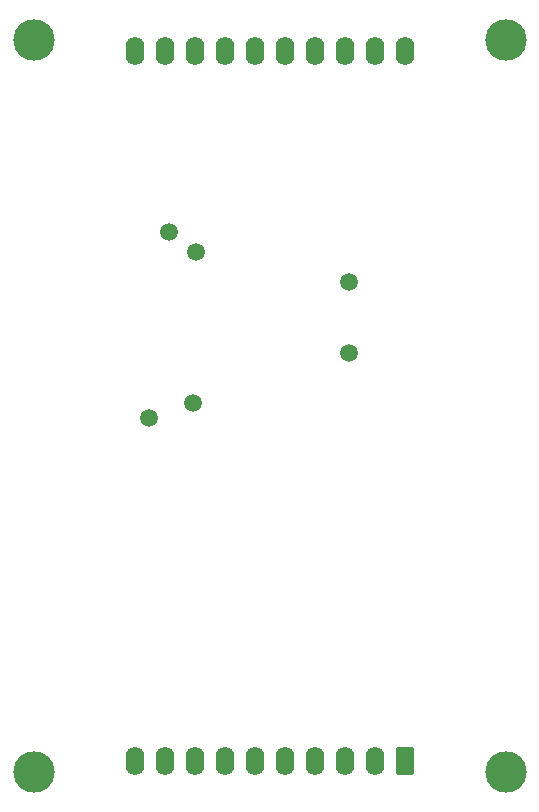
<source format=gbs>
G04*
G04 #@! TF.GenerationSoftware,Altium Limited,Altium Designer,18.0.7 (293)*
G04*
G04 Layer_Color=16711935*
%FSLAX25Y25*%
%MOIN*%
G70*
G01*
G75*
%ADD35C,0.05906*%
G04:AMPARAMS|DCode=36|XSize=62.99mil|YSize=94.49mil|CornerRadius=31.5mil|HoleSize=0mil|Usage=FLASHONLY|Rotation=180.000|XOffset=0mil|YOffset=0mil|HoleType=Round|Shape=RoundedRectangle|*
%AMROUNDEDRECTD36*
21,1,0.06299,0.03150,0,0,180.0*
21,1,0.00000,0.09449,0,0,180.0*
1,1,0.06299,0.00000,0.01575*
1,1,0.06299,0.00000,0.01575*
1,1,0.06299,0.00000,-0.01575*
1,1,0.06299,0.00000,-0.01575*
%
%ADD36ROUNDEDRECTD36*%
G04:AMPARAMS|DCode=37|XSize=62.99mil|YSize=94.49mil|CornerRadius=6.3mil|HoleSize=0mil|Usage=FLASHONLY|Rotation=180.000|XOffset=0mil|YOffset=0mil|HoleType=Round|Shape=RoundedRectangle|*
%AMROUNDEDRECTD37*
21,1,0.06299,0.08189,0,0,180.0*
21,1,0.05039,0.09449,0,0,180.0*
1,1,0.01260,-0.02520,0.04095*
1,1,0.01260,0.02520,0.04095*
1,1,0.01260,0.02520,-0.04095*
1,1,0.01260,-0.02520,-0.04095*
%
%ADD37ROUNDEDRECTD37*%
%ADD48C,0.13780*%
D35*
X54134Y133858D02*
D03*
X69882Y188976D02*
D03*
X61024Y195866D02*
D03*
X121063Y179134D02*
D03*
Y155512D02*
D03*
X68898Y138779D02*
D03*
D36*
X99488Y19488D02*
D03*
X109488D02*
D03*
X119488D02*
D03*
X129488D02*
D03*
X89488D02*
D03*
X79488D02*
D03*
X69488D02*
D03*
X59488D02*
D03*
X49488D02*
D03*
X139488Y256102D02*
D03*
X129488D02*
D03*
X119488D02*
D03*
X109488D02*
D03*
X99488D02*
D03*
X89488D02*
D03*
X79488D02*
D03*
X69488D02*
D03*
X59488D02*
D03*
X49488D02*
D03*
D37*
X139488Y19488D02*
D03*
D48*
X173228Y259842D02*
D03*
X15748Y15748D02*
D03*
X173228D02*
D03*
X15748Y259842D02*
D03*
M02*

</source>
